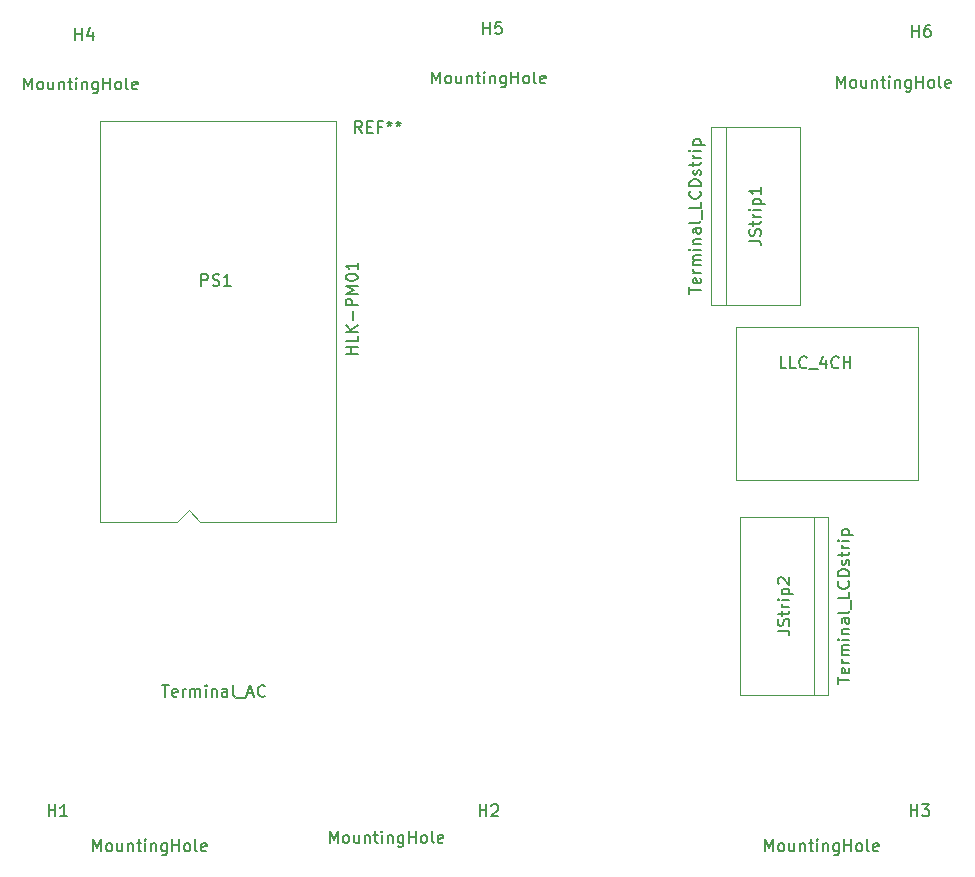
<source format=gbr>
%TF.GenerationSoftware,KiCad,Pcbnew,(5.1.12)-1*%
%TF.CreationDate,2021-12-24T09:33:47+00:00*%
%TF.ProjectId,ledDeviceServerEsp32Pio,6c656444-6576-4696-9365-536572766572,rev?*%
%TF.SameCoordinates,Original*%
%TF.FileFunction,AssemblyDrawing,Top*%
%FSLAX46Y46*%
G04 Gerber Fmt 4.6, Leading zero omitted, Abs format (unit mm)*
G04 Created by KiCad (PCBNEW (5.1.12)-1) date 2021-12-24 09:33:47*
%MOMM*%
%LPD*%
G01*
G04 APERTURE LIST*
%ADD10C,0.100000*%
%ADD11C,0.120000*%
%ADD12C,0.150000*%
G04 APERTURE END LIST*
D10*
%TO.C,JStrip1*%
X69656000Y-24073000D02*
X77156000Y-24073000D01*
X69656000Y-39173000D02*
X69656000Y-24073000D01*
X77156000Y-39173000D02*
X69656000Y-39173000D01*
X77156000Y-24073000D02*
X77156000Y-39173000D01*
X70856000Y-24073000D02*
X70856000Y-39173000D01*
%TO.C,PS1*%
X24400000Y-57545000D02*
X17900000Y-57545000D01*
X24400000Y-57535000D02*
X25400000Y-56535000D01*
X25400000Y-56535000D02*
X26400000Y-57535000D01*
X17900000Y-57545000D02*
X17900000Y-23545000D01*
X37900000Y-57545000D02*
X26390000Y-57545000D01*
X37900000Y-23545000D02*
X17900000Y-23545000D01*
X37900000Y-57545000D02*
X37900000Y-23545000D01*
D11*
%TO.C,U2*%
X87122000Y-53975000D02*
X87122000Y-41021000D01*
X87122000Y-41021000D02*
X71755000Y-41021000D01*
X71755000Y-41021000D02*
X71755000Y-53975000D01*
X71755000Y-53975000D02*
X87122000Y-53975000D01*
D10*
%TO.C,JStrip2*%
X79569000Y-72193000D02*
X72069000Y-72193000D01*
X79569000Y-57093000D02*
X79569000Y-72193000D01*
X72069000Y-57093000D02*
X79569000Y-57093000D01*
X72069000Y-72193000D02*
X72069000Y-57093000D01*
X78369000Y-72193000D02*
X78369000Y-57093000D01*
%TD*%
%TO.C,H6*%
D12*
X80304285Y-20772380D02*
X80304285Y-19772380D01*
X80637619Y-20486666D01*
X80970952Y-19772380D01*
X80970952Y-20772380D01*
X81590000Y-20772380D02*
X81494761Y-20724761D01*
X81447142Y-20677142D01*
X81399523Y-20581904D01*
X81399523Y-20296190D01*
X81447142Y-20200952D01*
X81494761Y-20153333D01*
X81590000Y-20105714D01*
X81732857Y-20105714D01*
X81828095Y-20153333D01*
X81875714Y-20200952D01*
X81923333Y-20296190D01*
X81923333Y-20581904D01*
X81875714Y-20677142D01*
X81828095Y-20724761D01*
X81732857Y-20772380D01*
X81590000Y-20772380D01*
X82780476Y-20105714D02*
X82780476Y-20772380D01*
X82351904Y-20105714D02*
X82351904Y-20629523D01*
X82399523Y-20724761D01*
X82494761Y-20772380D01*
X82637619Y-20772380D01*
X82732857Y-20724761D01*
X82780476Y-20677142D01*
X83256666Y-20105714D02*
X83256666Y-20772380D01*
X83256666Y-20200952D02*
X83304285Y-20153333D01*
X83399523Y-20105714D01*
X83542380Y-20105714D01*
X83637619Y-20153333D01*
X83685238Y-20248571D01*
X83685238Y-20772380D01*
X84018571Y-20105714D02*
X84399523Y-20105714D01*
X84161428Y-19772380D02*
X84161428Y-20629523D01*
X84209047Y-20724761D01*
X84304285Y-20772380D01*
X84399523Y-20772380D01*
X84732857Y-20772380D02*
X84732857Y-20105714D01*
X84732857Y-19772380D02*
X84685238Y-19820000D01*
X84732857Y-19867619D01*
X84780476Y-19820000D01*
X84732857Y-19772380D01*
X84732857Y-19867619D01*
X85209047Y-20105714D02*
X85209047Y-20772380D01*
X85209047Y-20200952D02*
X85256666Y-20153333D01*
X85351904Y-20105714D01*
X85494761Y-20105714D01*
X85590000Y-20153333D01*
X85637619Y-20248571D01*
X85637619Y-20772380D01*
X86542380Y-20105714D02*
X86542380Y-20915238D01*
X86494761Y-21010476D01*
X86447142Y-21058095D01*
X86351904Y-21105714D01*
X86209047Y-21105714D01*
X86113809Y-21058095D01*
X86542380Y-20724761D02*
X86447142Y-20772380D01*
X86256666Y-20772380D01*
X86161428Y-20724761D01*
X86113809Y-20677142D01*
X86066190Y-20581904D01*
X86066190Y-20296190D01*
X86113809Y-20200952D01*
X86161428Y-20153333D01*
X86256666Y-20105714D01*
X86447142Y-20105714D01*
X86542380Y-20153333D01*
X87018571Y-20772380D02*
X87018571Y-19772380D01*
X87018571Y-20248571D02*
X87590000Y-20248571D01*
X87590000Y-20772380D02*
X87590000Y-19772380D01*
X88209047Y-20772380D02*
X88113809Y-20724761D01*
X88066190Y-20677142D01*
X88018571Y-20581904D01*
X88018571Y-20296190D01*
X88066190Y-20200952D01*
X88113809Y-20153333D01*
X88209047Y-20105714D01*
X88351904Y-20105714D01*
X88447142Y-20153333D01*
X88494761Y-20200952D01*
X88542380Y-20296190D01*
X88542380Y-20581904D01*
X88494761Y-20677142D01*
X88447142Y-20724761D01*
X88351904Y-20772380D01*
X88209047Y-20772380D01*
X89113809Y-20772380D02*
X89018571Y-20724761D01*
X88970952Y-20629523D01*
X88970952Y-19772380D01*
X89875714Y-20724761D02*
X89780476Y-20772380D01*
X89590000Y-20772380D01*
X89494761Y-20724761D01*
X89447142Y-20629523D01*
X89447142Y-20248571D01*
X89494761Y-20153333D01*
X89590000Y-20105714D01*
X89780476Y-20105714D01*
X89875714Y-20153333D01*
X89923333Y-20248571D01*
X89923333Y-20343809D01*
X89447142Y-20439047D01*
X86660095Y-16454380D02*
X86660095Y-15454380D01*
X86660095Y-15930571D02*
X87231523Y-15930571D01*
X87231523Y-16454380D02*
X87231523Y-15454380D01*
X88136285Y-15454380D02*
X87945809Y-15454380D01*
X87850571Y-15502000D01*
X87802952Y-15549619D01*
X87707714Y-15692476D01*
X87660095Y-15882952D01*
X87660095Y-16263904D01*
X87707714Y-16359142D01*
X87755333Y-16406761D01*
X87850571Y-16454380D01*
X88041047Y-16454380D01*
X88136285Y-16406761D01*
X88183904Y-16359142D01*
X88231523Y-16263904D01*
X88231523Y-16025809D01*
X88183904Y-15930571D01*
X88136285Y-15882952D01*
X88041047Y-15835333D01*
X87850571Y-15835333D01*
X87755333Y-15882952D01*
X87707714Y-15930571D01*
X87660095Y-16025809D01*
%TO.C,H5*%
X46014285Y-20400380D02*
X46014285Y-19400380D01*
X46347619Y-20114666D01*
X46680952Y-19400380D01*
X46680952Y-20400380D01*
X47300000Y-20400380D02*
X47204761Y-20352761D01*
X47157142Y-20305142D01*
X47109523Y-20209904D01*
X47109523Y-19924190D01*
X47157142Y-19828952D01*
X47204761Y-19781333D01*
X47300000Y-19733714D01*
X47442857Y-19733714D01*
X47538095Y-19781333D01*
X47585714Y-19828952D01*
X47633333Y-19924190D01*
X47633333Y-20209904D01*
X47585714Y-20305142D01*
X47538095Y-20352761D01*
X47442857Y-20400380D01*
X47300000Y-20400380D01*
X48490476Y-19733714D02*
X48490476Y-20400380D01*
X48061904Y-19733714D02*
X48061904Y-20257523D01*
X48109523Y-20352761D01*
X48204761Y-20400380D01*
X48347619Y-20400380D01*
X48442857Y-20352761D01*
X48490476Y-20305142D01*
X48966666Y-19733714D02*
X48966666Y-20400380D01*
X48966666Y-19828952D02*
X49014285Y-19781333D01*
X49109523Y-19733714D01*
X49252380Y-19733714D01*
X49347619Y-19781333D01*
X49395238Y-19876571D01*
X49395238Y-20400380D01*
X49728571Y-19733714D02*
X50109523Y-19733714D01*
X49871428Y-19400380D02*
X49871428Y-20257523D01*
X49919047Y-20352761D01*
X50014285Y-20400380D01*
X50109523Y-20400380D01*
X50442857Y-20400380D02*
X50442857Y-19733714D01*
X50442857Y-19400380D02*
X50395238Y-19448000D01*
X50442857Y-19495619D01*
X50490476Y-19448000D01*
X50442857Y-19400380D01*
X50442857Y-19495619D01*
X50919047Y-19733714D02*
X50919047Y-20400380D01*
X50919047Y-19828952D02*
X50966666Y-19781333D01*
X51061904Y-19733714D01*
X51204761Y-19733714D01*
X51300000Y-19781333D01*
X51347619Y-19876571D01*
X51347619Y-20400380D01*
X52252380Y-19733714D02*
X52252380Y-20543238D01*
X52204761Y-20638476D01*
X52157142Y-20686095D01*
X52061904Y-20733714D01*
X51919047Y-20733714D01*
X51823809Y-20686095D01*
X52252380Y-20352761D02*
X52157142Y-20400380D01*
X51966666Y-20400380D01*
X51871428Y-20352761D01*
X51823809Y-20305142D01*
X51776190Y-20209904D01*
X51776190Y-19924190D01*
X51823809Y-19828952D01*
X51871428Y-19781333D01*
X51966666Y-19733714D01*
X52157142Y-19733714D01*
X52252380Y-19781333D01*
X52728571Y-20400380D02*
X52728571Y-19400380D01*
X52728571Y-19876571D02*
X53300000Y-19876571D01*
X53300000Y-20400380D02*
X53300000Y-19400380D01*
X53919047Y-20400380D02*
X53823809Y-20352761D01*
X53776190Y-20305142D01*
X53728571Y-20209904D01*
X53728571Y-19924190D01*
X53776190Y-19828952D01*
X53823809Y-19781333D01*
X53919047Y-19733714D01*
X54061904Y-19733714D01*
X54157142Y-19781333D01*
X54204761Y-19828952D01*
X54252380Y-19924190D01*
X54252380Y-20209904D01*
X54204761Y-20305142D01*
X54157142Y-20352761D01*
X54061904Y-20400380D01*
X53919047Y-20400380D01*
X54823809Y-20400380D02*
X54728571Y-20352761D01*
X54680952Y-20257523D01*
X54680952Y-19400380D01*
X55585714Y-20352761D02*
X55490476Y-20400380D01*
X55300000Y-20400380D01*
X55204761Y-20352761D01*
X55157142Y-20257523D01*
X55157142Y-19876571D01*
X55204761Y-19781333D01*
X55300000Y-19733714D01*
X55490476Y-19733714D01*
X55585714Y-19781333D01*
X55633333Y-19876571D01*
X55633333Y-19971809D01*
X55157142Y-20067047D01*
X50338095Y-16200380D02*
X50338095Y-15200380D01*
X50338095Y-15676571D02*
X50909523Y-15676571D01*
X50909523Y-16200380D02*
X50909523Y-15200380D01*
X51861904Y-15200380D02*
X51385714Y-15200380D01*
X51338095Y-15676571D01*
X51385714Y-15628952D01*
X51480952Y-15581333D01*
X51719047Y-15581333D01*
X51814285Y-15628952D01*
X51861904Y-15676571D01*
X51909523Y-15771809D01*
X51909523Y-16009904D01*
X51861904Y-16105142D01*
X51814285Y-16152761D01*
X51719047Y-16200380D01*
X51480952Y-16200380D01*
X51385714Y-16152761D01*
X51338095Y-16105142D01*
%TO.C,H4*%
X11470285Y-20908380D02*
X11470285Y-19908380D01*
X11803619Y-20622666D01*
X12136952Y-19908380D01*
X12136952Y-20908380D01*
X12756000Y-20908380D02*
X12660761Y-20860761D01*
X12613142Y-20813142D01*
X12565523Y-20717904D01*
X12565523Y-20432190D01*
X12613142Y-20336952D01*
X12660761Y-20289333D01*
X12756000Y-20241714D01*
X12898857Y-20241714D01*
X12994095Y-20289333D01*
X13041714Y-20336952D01*
X13089333Y-20432190D01*
X13089333Y-20717904D01*
X13041714Y-20813142D01*
X12994095Y-20860761D01*
X12898857Y-20908380D01*
X12756000Y-20908380D01*
X13946476Y-20241714D02*
X13946476Y-20908380D01*
X13517904Y-20241714D02*
X13517904Y-20765523D01*
X13565523Y-20860761D01*
X13660761Y-20908380D01*
X13803619Y-20908380D01*
X13898857Y-20860761D01*
X13946476Y-20813142D01*
X14422666Y-20241714D02*
X14422666Y-20908380D01*
X14422666Y-20336952D02*
X14470285Y-20289333D01*
X14565523Y-20241714D01*
X14708380Y-20241714D01*
X14803619Y-20289333D01*
X14851238Y-20384571D01*
X14851238Y-20908380D01*
X15184571Y-20241714D02*
X15565523Y-20241714D01*
X15327428Y-19908380D02*
X15327428Y-20765523D01*
X15375047Y-20860761D01*
X15470285Y-20908380D01*
X15565523Y-20908380D01*
X15898857Y-20908380D02*
X15898857Y-20241714D01*
X15898857Y-19908380D02*
X15851238Y-19956000D01*
X15898857Y-20003619D01*
X15946476Y-19956000D01*
X15898857Y-19908380D01*
X15898857Y-20003619D01*
X16375047Y-20241714D02*
X16375047Y-20908380D01*
X16375047Y-20336952D02*
X16422666Y-20289333D01*
X16517904Y-20241714D01*
X16660761Y-20241714D01*
X16756000Y-20289333D01*
X16803619Y-20384571D01*
X16803619Y-20908380D01*
X17708380Y-20241714D02*
X17708380Y-21051238D01*
X17660761Y-21146476D01*
X17613142Y-21194095D01*
X17517904Y-21241714D01*
X17375047Y-21241714D01*
X17279809Y-21194095D01*
X17708380Y-20860761D02*
X17613142Y-20908380D01*
X17422666Y-20908380D01*
X17327428Y-20860761D01*
X17279809Y-20813142D01*
X17232190Y-20717904D01*
X17232190Y-20432190D01*
X17279809Y-20336952D01*
X17327428Y-20289333D01*
X17422666Y-20241714D01*
X17613142Y-20241714D01*
X17708380Y-20289333D01*
X18184571Y-20908380D02*
X18184571Y-19908380D01*
X18184571Y-20384571D02*
X18756000Y-20384571D01*
X18756000Y-20908380D02*
X18756000Y-19908380D01*
X19375047Y-20908380D02*
X19279809Y-20860761D01*
X19232190Y-20813142D01*
X19184571Y-20717904D01*
X19184571Y-20432190D01*
X19232190Y-20336952D01*
X19279809Y-20289333D01*
X19375047Y-20241714D01*
X19517904Y-20241714D01*
X19613142Y-20289333D01*
X19660761Y-20336952D01*
X19708380Y-20432190D01*
X19708380Y-20717904D01*
X19660761Y-20813142D01*
X19613142Y-20860761D01*
X19517904Y-20908380D01*
X19375047Y-20908380D01*
X20279809Y-20908380D02*
X20184571Y-20860761D01*
X20136952Y-20765523D01*
X20136952Y-19908380D01*
X21041714Y-20860761D02*
X20946476Y-20908380D01*
X20756000Y-20908380D01*
X20660761Y-20860761D01*
X20613142Y-20765523D01*
X20613142Y-20384571D01*
X20660761Y-20289333D01*
X20756000Y-20241714D01*
X20946476Y-20241714D01*
X21041714Y-20289333D01*
X21089333Y-20384571D01*
X21089333Y-20479809D01*
X20613142Y-20575047D01*
X15794095Y-16708380D02*
X15794095Y-15708380D01*
X15794095Y-16184571D02*
X16365523Y-16184571D01*
X16365523Y-16708380D02*
X16365523Y-15708380D01*
X17270285Y-16041714D02*
X17270285Y-16708380D01*
X17032190Y-15660761D02*
X16794095Y-16375047D01*
X17413142Y-16375047D01*
%TO.C,H1*%
X17312285Y-85415380D02*
X17312285Y-84415380D01*
X17645619Y-85129666D01*
X17978952Y-84415380D01*
X17978952Y-85415380D01*
X18598000Y-85415380D02*
X18502761Y-85367761D01*
X18455142Y-85320142D01*
X18407523Y-85224904D01*
X18407523Y-84939190D01*
X18455142Y-84843952D01*
X18502761Y-84796333D01*
X18598000Y-84748714D01*
X18740857Y-84748714D01*
X18836095Y-84796333D01*
X18883714Y-84843952D01*
X18931333Y-84939190D01*
X18931333Y-85224904D01*
X18883714Y-85320142D01*
X18836095Y-85367761D01*
X18740857Y-85415380D01*
X18598000Y-85415380D01*
X19788476Y-84748714D02*
X19788476Y-85415380D01*
X19359904Y-84748714D02*
X19359904Y-85272523D01*
X19407523Y-85367761D01*
X19502761Y-85415380D01*
X19645619Y-85415380D01*
X19740857Y-85367761D01*
X19788476Y-85320142D01*
X20264666Y-84748714D02*
X20264666Y-85415380D01*
X20264666Y-84843952D02*
X20312285Y-84796333D01*
X20407523Y-84748714D01*
X20550380Y-84748714D01*
X20645619Y-84796333D01*
X20693238Y-84891571D01*
X20693238Y-85415380D01*
X21026571Y-84748714D02*
X21407523Y-84748714D01*
X21169428Y-84415380D02*
X21169428Y-85272523D01*
X21217047Y-85367761D01*
X21312285Y-85415380D01*
X21407523Y-85415380D01*
X21740857Y-85415380D02*
X21740857Y-84748714D01*
X21740857Y-84415380D02*
X21693238Y-84463000D01*
X21740857Y-84510619D01*
X21788476Y-84463000D01*
X21740857Y-84415380D01*
X21740857Y-84510619D01*
X22217047Y-84748714D02*
X22217047Y-85415380D01*
X22217047Y-84843952D02*
X22264666Y-84796333D01*
X22359904Y-84748714D01*
X22502761Y-84748714D01*
X22598000Y-84796333D01*
X22645619Y-84891571D01*
X22645619Y-85415380D01*
X23550380Y-84748714D02*
X23550380Y-85558238D01*
X23502761Y-85653476D01*
X23455142Y-85701095D01*
X23359904Y-85748714D01*
X23217047Y-85748714D01*
X23121809Y-85701095D01*
X23550380Y-85367761D02*
X23455142Y-85415380D01*
X23264666Y-85415380D01*
X23169428Y-85367761D01*
X23121809Y-85320142D01*
X23074190Y-85224904D01*
X23074190Y-84939190D01*
X23121809Y-84843952D01*
X23169428Y-84796333D01*
X23264666Y-84748714D01*
X23455142Y-84748714D01*
X23550380Y-84796333D01*
X24026571Y-85415380D02*
X24026571Y-84415380D01*
X24026571Y-84891571D02*
X24598000Y-84891571D01*
X24598000Y-85415380D02*
X24598000Y-84415380D01*
X25217047Y-85415380D02*
X25121809Y-85367761D01*
X25074190Y-85320142D01*
X25026571Y-85224904D01*
X25026571Y-84939190D01*
X25074190Y-84843952D01*
X25121809Y-84796333D01*
X25217047Y-84748714D01*
X25359904Y-84748714D01*
X25455142Y-84796333D01*
X25502761Y-84843952D01*
X25550380Y-84939190D01*
X25550380Y-85224904D01*
X25502761Y-85320142D01*
X25455142Y-85367761D01*
X25359904Y-85415380D01*
X25217047Y-85415380D01*
X26121809Y-85415380D02*
X26026571Y-85367761D01*
X25978952Y-85272523D01*
X25978952Y-84415380D01*
X26883714Y-85367761D02*
X26788476Y-85415380D01*
X26598000Y-85415380D01*
X26502761Y-85367761D01*
X26455142Y-85272523D01*
X26455142Y-84891571D01*
X26502761Y-84796333D01*
X26598000Y-84748714D01*
X26788476Y-84748714D01*
X26883714Y-84796333D01*
X26931333Y-84891571D01*
X26931333Y-84986809D01*
X26455142Y-85082047D01*
X13538095Y-82452380D02*
X13538095Y-81452380D01*
X13538095Y-81928571D02*
X14109523Y-81928571D01*
X14109523Y-82452380D02*
X14109523Y-81452380D01*
X15109523Y-82452380D02*
X14538095Y-82452380D01*
X14823809Y-82452380D02*
X14823809Y-81452380D01*
X14728571Y-81595238D01*
X14633333Y-81690476D01*
X14538095Y-81738095D01*
%TO.C,H2*%
X37338285Y-84708380D02*
X37338285Y-83708380D01*
X37671619Y-84422666D01*
X38004952Y-83708380D01*
X38004952Y-84708380D01*
X38624000Y-84708380D02*
X38528761Y-84660761D01*
X38481142Y-84613142D01*
X38433523Y-84517904D01*
X38433523Y-84232190D01*
X38481142Y-84136952D01*
X38528761Y-84089333D01*
X38624000Y-84041714D01*
X38766857Y-84041714D01*
X38862095Y-84089333D01*
X38909714Y-84136952D01*
X38957333Y-84232190D01*
X38957333Y-84517904D01*
X38909714Y-84613142D01*
X38862095Y-84660761D01*
X38766857Y-84708380D01*
X38624000Y-84708380D01*
X39814476Y-84041714D02*
X39814476Y-84708380D01*
X39385904Y-84041714D02*
X39385904Y-84565523D01*
X39433523Y-84660761D01*
X39528761Y-84708380D01*
X39671619Y-84708380D01*
X39766857Y-84660761D01*
X39814476Y-84613142D01*
X40290666Y-84041714D02*
X40290666Y-84708380D01*
X40290666Y-84136952D02*
X40338285Y-84089333D01*
X40433523Y-84041714D01*
X40576380Y-84041714D01*
X40671619Y-84089333D01*
X40719238Y-84184571D01*
X40719238Y-84708380D01*
X41052571Y-84041714D02*
X41433523Y-84041714D01*
X41195428Y-83708380D02*
X41195428Y-84565523D01*
X41243047Y-84660761D01*
X41338285Y-84708380D01*
X41433523Y-84708380D01*
X41766857Y-84708380D02*
X41766857Y-84041714D01*
X41766857Y-83708380D02*
X41719238Y-83756000D01*
X41766857Y-83803619D01*
X41814476Y-83756000D01*
X41766857Y-83708380D01*
X41766857Y-83803619D01*
X42243047Y-84041714D02*
X42243047Y-84708380D01*
X42243047Y-84136952D02*
X42290666Y-84089333D01*
X42385904Y-84041714D01*
X42528761Y-84041714D01*
X42624000Y-84089333D01*
X42671619Y-84184571D01*
X42671619Y-84708380D01*
X43576380Y-84041714D02*
X43576380Y-84851238D01*
X43528761Y-84946476D01*
X43481142Y-84994095D01*
X43385904Y-85041714D01*
X43243047Y-85041714D01*
X43147809Y-84994095D01*
X43576380Y-84660761D02*
X43481142Y-84708380D01*
X43290666Y-84708380D01*
X43195428Y-84660761D01*
X43147809Y-84613142D01*
X43100190Y-84517904D01*
X43100190Y-84232190D01*
X43147809Y-84136952D01*
X43195428Y-84089333D01*
X43290666Y-84041714D01*
X43481142Y-84041714D01*
X43576380Y-84089333D01*
X44052571Y-84708380D02*
X44052571Y-83708380D01*
X44052571Y-84184571D02*
X44624000Y-84184571D01*
X44624000Y-84708380D02*
X44624000Y-83708380D01*
X45243047Y-84708380D02*
X45147809Y-84660761D01*
X45100190Y-84613142D01*
X45052571Y-84517904D01*
X45052571Y-84232190D01*
X45100190Y-84136952D01*
X45147809Y-84089333D01*
X45243047Y-84041714D01*
X45385904Y-84041714D01*
X45481142Y-84089333D01*
X45528761Y-84136952D01*
X45576380Y-84232190D01*
X45576380Y-84517904D01*
X45528761Y-84613142D01*
X45481142Y-84660761D01*
X45385904Y-84708380D01*
X45243047Y-84708380D01*
X46147809Y-84708380D02*
X46052571Y-84660761D01*
X46004952Y-84565523D01*
X46004952Y-83708380D01*
X46909714Y-84660761D02*
X46814476Y-84708380D01*
X46624000Y-84708380D01*
X46528761Y-84660761D01*
X46481142Y-84565523D01*
X46481142Y-84184571D01*
X46528761Y-84089333D01*
X46624000Y-84041714D01*
X46814476Y-84041714D01*
X46909714Y-84089333D01*
X46957333Y-84184571D01*
X46957333Y-84279809D01*
X46481142Y-84375047D01*
X50038095Y-82452380D02*
X50038095Y-81452380D01*
X50038095Y-81928571D02*
X50609523Y-81928571D01*
X50609523Y-82452380D02*
X50609523Y-81452380D01*
X51038095Y-81547619D02*
X51085714Y-81500000D01*
X51180952Y-81452380D01*
X51419047Y-81452380D01*
X51514285Y-81500000D01*
X51561904Y-81547619D01*
X51609523Y-81642857D01*
X51609523Y-81738095D01*
X51561904Y-81880952D01*
X50990476Y-82452380D01*
X51609523Y-82452380D01*
%TO.C,H3*%
X74208285Y-85415380D02*
X74208285Y-84415380D01*
X74541619Y-85129666D01*
X74874952Y-84415380D01*
X74874952Y-85415380D01*
X75494000Y-85415380D02*
X75398761Y-85367761D01*
X75351142Y-85320142D01*
X75303523Y-85224904D01*
X75303523Y-84939190D01*
X75351142Y-84843952D01*
X75398761Y-84796333D01*
X75494000Y-84748714D01*
X75636857Y-84748714D01*
X75732095Y-84796333D01*
X75779714Y-84843952D01*
X75827333Y-84939190D01*
X75827333Y-85224904D01*
X75779714Y-85320142D01*
X75732095Y-85367761D01*
X75636857Y-85415380D01*
X75494000Y-85415380D01*
X76684476Y-84748714D02*
X76684476Y-85415380D01*
X76255904Y-84748714D02*
X76255904Y-85272523D01*
X76303523Y-85367761D01*
X76398761Y-85415380D01*
X76541619Y-85415380D01*
X76636857Y-85367761D01*
X76684476Y-85320142D01*
X77160666Y-84748714D02*
X77160666Y-85415380D01*
X77160666Y-84843952D02*
X77208285Y-84796333D01*
X77303523Y-84748714D01*
X77446380Y-84748714D01*
X77541619Y-84796333D01*
X77589238Y-84891571D01*
X77589238Y-85415380D01*
X77922571Y-84748714D02*
X78303523Y-84748714D01*
X78065428Y-84415380D02*
X78065428Y-85272523D01*
X78113047Y-85367761D01*
X78208285Y-85415380D01*
X78303523Y-85415380D01*
X78636857Y-85415380D02*
X78636857Y-84748714D01*
X78636857Y-84415380D02*
X78589238Y-84463000D01*
X78636857Y-84510619D01*
X78684476Y-84463000D01*
X78636857Y-84415380D01*
X78636857Y-84510619D01*
X79113047Y-84748714D02*
X79113047Y-85415380D01*
X79113047Y-84843952D02*
X79160666Y-84796333D01*
X79255904Y-84748714D01*
X79398761Y-84748714D01*
X79494000Y-84796333D01*
X79541619Y-84891571D01*
X79541619Y-85415380D01*
X80446380Y-84748714D02*
X80446380Y-85558238D01*
X80398761Y-85653476D01*
X80351142Y-85701095D01*
X80255904Y-85748714D01*
X80113047Y-85748714D01*
X80017809Y-85701095D01*
X80446380Y-85367761D02*
X80351142Y-85415380D01*
X80160666Y-85415380D01*
X80065428Y-85367761D01*
X80017809Y-85320142D01*
X79970190Y-85224904D01*
X79970190Y-84939190D01*
X80017809Y-84843952D01*
X80065428Y-84796333D01*
X80160666Y-84748714D01*
X80351142Y-84748714D01*
X80446380Y-84796333D01*
X80922571Y-85415380D02*
X80922571Y-84415380D01*
X80922571Y-84891571D02*
X81494000Y-84891571D01*
X81494000Y-85415380D02*
X81494000Y-84415380D01*
X82113047Y-85415380D02*
X82017809Y-85367761D01*
X81970190Y-85320142D01*
X81922571Y-85224904D01*
X81922571Y-84939190D01*
X81970190Y-84843952D01*
X82017809Y-84796333D01*
X82113047Y-84748714D01*
X82255904Y-84748714D01*
X82351142Y-84796333D01*
X82398761Y-84843952D01*
X82446380Y-84939190D01*
X82446380Y-85224904D01*
X82398761Y-85320142D01*
X82351142Y-85367761D01*
X82255904Y-85415380D01*
X82113047Y-85415380D01*
X83017809Y-85415380D02*
X82922571Y-85367761D01*
X82874952Y-85272523D01*
X82874952Y-84415380D01*
X83779714Y-85367761D02*
X83684476Y-85415380D01*
X83494000Y-85415380D01*
X83398761Y-85367761D01*
X83351142Y-85272523D01*
X83351142Y-84891571D01*
X83398761Y-84796333D01*
X83494000Y-84748714D01*
X83684476Y-84748714D01*
X83779714Y-84796333D01*
X83827333Y-84891571D01*
X83827333Y-84986809D01*
X83351142Y-85082047D01*
X86538095Y-82452380D02*
X86538095Y-81452380D01*
X86538095Y-81928571D02*
X87109523Y-81928571D01*
X87109523Y-82452380D02*
X87109523Y-81452380D01*
X87490476Y-81452380D02*
X88109523Y-81452380D01*
X87776190Y-81833333D01*
X87919047Y-81833333D01*
X88014285Y-81880952D01*
X88061904Y-81928571D01*
X88109523Y-82023809D01*
X88109523Y-82261904D01*
X88061904Y-82357142D01*
X88014285Y-82404761D01*
X87919047Y-82452380D01*
X87633333Y-82452380D01*
X87538095Y-82404761D01*
X87490476Y-82357142D01*
%TO.C,JStrip1*%
X67778380Y-38194428D02*
X67778380Y-37623000D01*
X68778380Y-37908714D02*
X67778380Y-37908714D01*
X68730761Y-36908714D02*
X68778380Y-37003952D01*
X68778380Y-37194428D01*
X68730761Y-37289666D01*
X68635523Y-37337285D01*
X68254571Y-37337285D01*
X68159333Y-37289666D01*
X68111714Y-37194428D01*
X68111714Y-37003952D01*
X68159333Y-36908714D01*
X68254571Y-36861095D01*
X68349809Y-36861095D01*
X68445047Y-37337285D01*
X68778380Y-36432523D02*
X68111714Y-36432523D01*
X68302190Y-36432523D02*
X68206952Y-36384904D01*
X68159333Y-36337285D01*
X68111714Y-36242047D01*
X68111714Y-36146809D01*
X68778380Y-35813476D02*
X68111714Y-35813476D01*
X68206952Y-35813476D02*
X68159333Y-35765857D01*
X68111714Y-35670619D01*
X68111714Y-35527761D01*
X68159333Y-35432523D01*
X68254571Y-35384904D01*
X68778380Y-35384904D01*
X68254571Y-35384904D02*
X68159333Y-35337285D01*
X68111714Y-35242047D01*
X68111714Y-35099190D01*
X68159333Y-35003952D01*
X68254571Y-34956333D01*
X68778380Y-34956333D01*
X68778380Y-34480142D02*
X68111714Y-34480142D01*
X67778380Y-34480142D02*
X67826000Y-34527761D01*
X67873619Y-34480142D01*
X67826000Y-34432523D01*
X67778380Y-34480142D01*
X67873619Y-34480142D01*
X68111714Y-34003952D02*
X68778380Y-34003952D01*
X68206952Y-34003952D02*
X68159333Y-33956333D01*
X68111714Y-33861095D01*
X68111714Y-33718238D01*
X68159333Y-33623000D01*
X68254571Y-33575380D01*
X68778380Y-33575380D01*
X68778380Y-32670619D02*
X68254571Y-32670619D01*
X68159333Y-32718238D01*
X68111714Y-32813476D01*
X68111714Y-33003952D01*
X68159333Y-33099190D01*
X68730761Y-32670619D02*
X68778380Y-32765857D01*
X68778380Y-33003952D01*
X68730761Y-33099190D01*
X68635523Y-33146809D01*
X68540285Y-33146809D01*
X68445047Y-33099190D01*
X68397428Y-33003952D01*
X68397428Y-32765857D01*
X68349809Y-32670619D01*
X68778380Y-32051571D02*
X68730761Y-32146809D01*
X68635523Y-32194428D01*
X67778380Y-32194428D01*
X68873619Y-31908714D02*
X68873619Y-31146809D01*
X68778380Y-30432523D02*
X68778380Y-30908714D01*
X67778380Y-30908714D01*
X68683142Y-29527761D02*
X68730761Y-29575380D01*
X68778380Y-29718238D01*
X68778380Y-29813476D01*
X68730761Y-29956333D01*
X68635523Y-30051571D01*
X68540285Y-30099190D01*
X68349809Y-30146809D01*
X68206952Y-30146809D01*
X68016476Y-30099190D01*
X67921238Y-30051571D01*
X67826000Y-29956333D01*
X67778380Y-29813476D01*
X67778380Y-29718238D01*
X67826000Y-29575380D01*
X67873619Y-29527761D01*
X68778380Y-29099190D02*
X67778380Y-29099190D01*
X67778380Y-28861095D01*
X67826000Y-28718238D01*
X67921238Y-28623000D01*
X68016476Y-28575380D01*
X68206952Y-28527761D01*
X68349809Y-28527761D01*
X68540285Y-28575380D01*
X68635523Y-28623000D01*
X68730761Y-28718238D01*
X68778380Y-28861095D01*
X68778380Y-29099190D01*
X68730761Y-28146809D02*
X68778380Y-28051571D01*
X68778380Y-27861095D01*
X68730761Y-27765857D01*
X68635523Y-27718238D01*
X68587904Y-27718238D01*
X68492666Y-27765857D01*
X68445047Y-27861095D01*
X68445047Y-28003952D01*
X68397428Y-28099190D01*
X68302190Y-28146809D01*
X68254571Y-28146809D01*
X68159333Y-28099190D01*
X68111714Y-28003952D01*
X68111714Y-27861095D01*
X68159333Y-27765857D01*
X68111714Y-27432523D02*
X68111714Y-27051571D01*
X67778380Y-27289666D02*
X68635523Y-27289666D01*
X68730761Y-27242047D01*
X68778380Y-27146809D01*
X68778380Y-27051571D01*
X68778380Y-26718238D02*
X68111714Y-26718238D01*
X68302190Y-26718238D02*
X68206952Y-26670619D01*
X68159333Y-26623000D01*
X68111714Y-26527761D01*
X68111714Y-26432523D01*
X68778380Y-26099190D02*
X68111714Y-26099190D01*
X67778380Y-26099190D02*
X67826000Y-26146809D01*
X67873619Y-26099190D01*
X67826000Y-26051571D01*
X67778380Y-26099190D01*
X67873619Y-26099190D01*
X68111714Y-25623000D02*
X69111714Y-25623000D01*
X68159333Y-25623000D02*
X68111714Y-25527761D01*
X68111714Y-25337285D01*
X68159333Y-25242047D01*
X68206952Y-25194428D01*
X68302190Y-25146809D01*
X68587904Y-25146809D01*
X68683142Y-25194428D01*
X68730761Y-25242047D01*
X68778380Y-25337285D01*
X68778380Y-25527761D01*
X68730761Y-25623000D01*
X72858380Y-33718238D02*
X73572666Y-33718238D01*
X73715523Y-33765857D01*
X73810761Y-33861095D01*
X73858380Y-34003952D01*
X73858380Y-34099190D01*
X73810761Y-33289666D02*
X73858380Y-33146809D01*
X73858380Y-32908714D01*
X73810761Y-32813476D01*
X73763142Y-32765857D01*
X73667904Y-32718238D01*
X73572666Y-32718238D01*
X73477428Y-32765857D01*
X73429809Y-32813476D01*
X73382190Y-32908714D01*
X73334571Y-33099190D01*
X73286952Y-33194428D01*
X73239333Y-33242047D01*
X73144095Y-33289666D01*
X73048857Y-33289666D01*
X72953619Y-33242047D01*
X72906000Y-33194428D01*
X72858380Y-33099190D01*
X72858380Y-32861095D01*
X72906000Y-32718238D01*
X73191714Y-32432523D02*
X73191714Y-32051571D01*
X72858380Y-32289666D02*
X73715523Y-32289666D01*
X73810761Y-32242047D01*
X73858380Y-32146809D01*
X73858380Y-32051571D01*
X73858380Y-31718238D02*
X73191714Y-31718238D01*
X73382190Y-31718238D02*
X73286952Y-31670619D01*
X73239333Y-31623000D01*
X73191714Y-31527761D01*
X73191714Y-31432523D01*
X73858380Y-31099190D02*
X73191714Y-31099190D01*
X72858380Y-31099190D02*
X72906000Y-31146809D01*
X72953619Y-31099190D01*
X72906000Y-31051571D01*
X72858380Y-31099190D01*
X72953619Y-31099190D01*
X73191714Y-30623000D02*
X74191714Y-30623000D01*
X73239333Y-30623000D02*
X73191714Y-30527761D01*
X73191714Y-30337285D01*
X73239333Y-30242047D01*
X73286952Y-30194428D01*
X73382190Y-30146809D01*
X73667904Y-30146809D01*
X73763142Y-30194428D01*
X73810761Y-30242047D01*
X73858380Y-30337285D01*
X73858380Y-30527761D01*
X73810761Y-30623000D01*
X73858380Y-29194428D02*
X73858380Y-29765857D01*
X73858380Y-29480142D02*
X72858380Y-29480142D01*
X73001238Y-29575380D01*
X73096476Y-29670619D01*
X73144095Y-29765857D01*
%TO.C,JAC1*%
X23154238Y-71334380D02*
X23725666Y-71334380D01*
X23439952Y-72334380D02*
X23439952Y-71334380D01*
X24439952Y-72286761D02*
X24344714Y-72334380D01*
X24154238Y-72334380D01*
X24059000Y-72286761D01*
X24011380Y-72191523D01*
X24011380Y-71810571D01*
X24059000Y-71715333D01*
X24154238Y-71667714D01*
X24344714Y-71667714D01*
X24439952Y-71715333D01*
X24487571Y-71810571D01*
X24487571Y-71905809D01*
X24011380Y-72001047D01*
X24916142Y-72334380D02*
X24916142Y-71667714D01*
X24916142Y-71858190D02*
X24963761Y-71762952D01*
X25011380Y-71715333D01*
X25106619Y-71667714D01*
X25201857Y-71667714D01*
X25535190Y-72334380D02*
X25535190Y-71667714D01*
X25535190Y-71762952D02*
X25582809Y-71715333D01*
X25678047Y-71667714D01*
X25820904Y-71667714D01*
X25916142Y-71715333D01*
X25963761Y-71810571D01*
X25963761Y-72334380D01*
X25963761Y-71810571D02*
X26011380Y-71715333D01*
X26106619Y-71667714D01*
X26249476Y-71667714D01*
X26344714Y-71715333D01*
X26392333Y-71810571D01*
X26392333Y-72334380D01*
X26868523Y-72334380D02*
X26868523Y-71667714D01*
X26868523Y-71334380D02*
X26820904Y-71382000D01*
X26868523Y-71429619D01*
X26916142Y-71382000D01*
X26868523Y-71334380D01*
X26868523Y-71429619D01*
X27344714Y-71667714D02*
X27344714Y-72334380D01*
X27344714Y-71762952D02*
X27392333Y-71715333D01*
X27487571Y-71667714D01*
X27630428Y-71667714D01*
X27725666Y-71715333D01*
X27773285Y-71810571D01*
X27773285Y-72334380D01*
X28678047Y-72334380D02*
X28678047Y-71810571D01*
X28630428Y-71715333D01*
X28535190Y-71667714D01*
X28344714Y-71667714D01*
X28249476Y-71715333D01*
X28678047Y-72286761D02*
X28582809Y-72334380D01*
X28344714Y-72334380D01*
X28249476Y-72286761D01*
X28201857Y-72191523D01*
X28201857Y-72096285D01*
X28249476Y-72001047D01*
X28344714Y-71953428D01*
X28582809Y-71953428D01*
X28678047Y-71905809D01*
X29297095Y-72334380D02*
X29201857Y-72286761D01*
X29154238Y-72191523D01*
X29154238Y-71334380D01*
X29439952Y-72429619D02*
X30201857Y-72429619D01*
X30392333Y-72048666D02*
X30868523Y-72048666D01*
X30297095Y-72334380D02*
X30630428Y-71334380D01*
X30963761Y-72334380D01*
X31868523Y-72239142D02*
X31820904Y-72286761D01*
X31678047Y-72334380D01*
X31582809Y-72334380D01*
X31439952Y-72286761D01*
X31344714Y-72191523D01*
X31297095Y-72096285D01*
X31249476Y-71905809D01*
X31249476Y-71762952D01*
X31297095Y-71572476D01*
X31344714Y-71477238D01*
X31439952Y-71382000D01*
X31582809Y-71334380D01*
X31678047Y-71334380D01*
X31820904Y-71382000D01*
X31868523Y-71429619D01*
%TO.C,PS1*%
X39702380Y-43288333D02*
X38702380Y-43288333D01*
X39178571Y-43288333D02*
X39178571Y-42716904D01*
X39702380Y-42716904D02*
X38702380Y-42716904D01*
X39702380Y-41764523D02*
X39702380Y-42240714D01*
X38702380Y-42240714D01*
X39702380Y-41431190D02*
X38702380Y-41431190D01*
X39702380Y-40859761D02*
X39130952Y-41288333D01*
X38702380Y-40859761D02*
X39273809Y-41431190D01*
X39321428Y-40431190D02*
X39321428Y-39669285D01*
X39702380Y-39193095D02*
X38702380Y-39193095D01*
X38702380Y-38812142D01*
X38750000Y-38716904D01*
X38797619Y-38669285D01*
X38892857Y-38621666D01*
X39035714Y-38621666D01*
X39130952Y-38669285D01*
X39178571Y-38716904D01*
X39226190Y-38812142D01*
X39226190Y-39193095D01*
X39702380Y-38193095D02*
X38702380Y-38193095D01*
X39416666Y-37859761D01*
X38702380Y-37526428D01*
X39702380Y-37526428D01*
X38702380Y-36859761D02*
X38702380Y-36764523D01*
X38750000Y-36669285D01*
X38797619Y-36621666D01*
X38892857Y-36574047D01*
X39083333Y-36526428D01*
X39321428Y-36526428D01*
X39511904Y-36574047D01*
X39607142Y-36621666D01*
X39654761Y-36669285D01*
X39702380Y-36764523D01*
X39702380Y-36859761D01*
X39654761Y-36955000D01*
X39607142Y-37002619D01*
X39511904Y-37050238D01*
X39321428Y-37097857D01*
X39083333Y-37097857D01*
X38892857Y-37050238D01*
X38797619Y-37002619D01*
X38750000Y-36955000D01*
X38702380Y-36859761D01*
X39702380Y-35574047D02*
X39702380Y-36145476D01*
X39702380Y-35859761D02*
X38702380Y-35859761D01*
X38845238Y-35955000D01*
X38940476Y-36050238D01*
X38988095Y-36145476D01*
X26471714Y-37536380D02*
X26471714Y-36536380D01*
X26852666Y-36536380D01*
X26947904Y-36584000D01*
X26995523Y-36631619D01*
X27043142Y-36726857D01*
X27043142Y-36869714D01*
X26995523Y-36964952D01*
X26947904Y-37012571D01*
X26852666Y-37060190D01*
X26471714Y-37060190D01*
X27424095Y-37488761D02*
X27566952Y-37536380D01*
X27805047Y-37536380D01*
X27900285Y-37488761D01*
X27947904Y-37441142D01*
X27995523Y-37345904D01*
X27995523Y-37250666D01*
X27947904Y-37155428D01*
X27900285Y-37107809D01*
X27805047Y-37060190D01*
X27614571Y-37012571D01*
X27519333Y-36964952D01*
X27471714Y-36917333D01*
X27424095Y-36822095D01*
X27424095Y-36726857D01*
X27471714Y-36631619D01*
X27519333Y-36584000D01*
X27614571Y-36536380D01*
X27852666Y-36536380D01*
X27995523Y-36584000D01*
X28947904Y-37536380D02*
X28376476Y-37536380D01*
X28662190Y-37536380D02*
X28662190Y-36536380D01*
X28566952Y-36679238D01*
X28471714Y-36774476D01*
X28376476Y-36822095D01*
%TO.C,U1*%
X40068666Y-24582380D02*
X39735333Y-24106190D01*
X39497238Y-24582380D02*
X39497238Y-23582380D01*
X39878190Y-23582380D01*
X39973428Y-23630000D01*
X40021047Y-23677619D01*
X40068666Y-23772857D01*
X40068666Y-23915714D01*
X40021047Y-24010952D01*
X39973428Y-24058571D01*
X39878190Y-24106190D01*
X39497238Y-24106190D01*
X40497238Y-24058571D02*
X40830571Y-24058571D01*
X40973428Y-24582380D02*
X40497238Y-24582380D01*
X40497238Y-23582380D01*
X40973428Y-23582380D01*
X41735333Y-24058571D02*
X41402000Y-24058571D01*
X41402000Y-24582380D02*
X41402000Y-23582380D01*
X41878190Y-23582380D01*
X42402000Y-23582380D02*
X42402000Y-23820476D01*
X42163904Y-23725238D02*
X42402000Y-23820476D01*
X42640095Y-23725238D01*
X42259142Y-24010952D02*
X42402000Y-23820476D01*
X42544857Y-24010952D01*
X43163904Y-23582380D02*
X43163904Y-23820476D01*
X42925809Y-23725238D02*
X43163904Y-23820476D01*
X43402000Y-23725238D01*
X43021047Y-24010952D02*
X43163904Y-23820476D01*
X43306761Y-24010952D01*
%TO.C,U2*%
X76009809Y-44521380D02*
X75533619Y-44521380D01*
X75533619Y-43521380D01*
X76819333Y-44521380D02*
X76343142Y-44521380D01*
X76343142Y-43521380D01*
X77724095Y-44426142D02*
X77676476Y-44473761D01*
X77533619Y-44521380D01*
X77438380Y-44521380D01*
X77295523Y-44473761D01*
X77200285Y-44378523D01*
X77152666Y-44283285D01*
X77105047Y-44092809D01*
X77105047Y-43949952D01*
X77152666Y-43759476D01*
X77200285Y-43664238D01*
X77295523Y-43569000D01*
X77438380Y-43521380D01*
X77533619Y-43521380D01*
X77676476Y-43569000D01*
X77724095Y-43616619D01*
X77914571Y-44616619D02*
X78676476Y-44616619D01*
X79343142Y-43854714D02*
X79343142Y-44521380D01*
X79105047Y-43473761D02*
X78866952Y-44188047D01*
X79486000Y-44188047D01*
X80438380Y-44426142D02*
X80390761Y-44473761D01*
X80247904Y-44521380D01*
X80152666Y-44521380D01*
X80009809Y-44473761D01*
X79914571Y-44378523D01*
X79866952Y-44283285D01*
X79819333Y-44092809D01*
X79819333Y-43949952D01*
X79866952Y-43759476D01*
X79914571Y-43664238D01*
X80009809Y-43569000D01*
X80152666Y-43521380D01*
X80247904Y-43521380D01*
X80390761Y-43569000D01*
X80438380Y-43616619D01*
X80866952Y-44521380D02*
X80866952Y-43521380D01*
X80866952Y-43997571D02*
X81438380Y-43997571D01*
X81438380Y-44521380D02*
X81438380Y-43521380D01*
%TO.C,JStrip2*%
X80351380Y-71214428D02*
X80351380Y-70643000D01*
X81351380Y-70928714D02*
X80351380Y-70928714D01*
X81303761Y-69928714D02*
X81351380Y-70023952D01*
X81351380Y-70214428D01*
X81303761Y-70309666D01*
X81208523Y-70357285D01*
X80827571Y-70357285D01*
X80732333Y-70309666D01*
X80684714Y-70214428D01*
X80684714Y-70023952D01*
X80732333Y-69928714D01*
X80827571Y-69881095D01*
X80922809Y-69881095D01*
X81018047Y-70357285D01*
X81351380Y-69452523D02*
X80684714Y-69452523D01*
X80875190Y-69452523D02*
X80779952Y-69404904D01*
X80732333Y-69357285D01*
X80684714Y-69262047D01*
X80684714Y-69166809D01*
X81351380Y-68833476D02*
X80684714Y-68833476D01*
X80779952Y-68833476D02*
X80732333Y-68785857D01*
X80684714Y-68690619D01*
X80684714Y-68547761D01*
X80732333Y-68452523D01*
X80827571Y-68404904D01*
X81351380Y-68404904D01*
X80827571Y-68404904D02*
X80732333Y-68357285D01*
X80684714Y-68262047D01*
X80684714Y-68119190D01*
X80732333Y-68023952D01*
X80827571Y-67976333D01*
X81351380Y-67976333D01*
X81351380Y-67500142D02*
X80684714Y-67500142D01*
X80351380Y-67500142D02*
X80399000Y-67547761D01*
X80446619Y-67500142D01*
X80399000Y-67452523D01*
X80351380Y-67500142D01*
X80446619Y-67500142D01*
X80684714Y-67023952D02*
X81351380Y-67023952D01*
X80779952Y-67023952D02*
X80732333Y-66976333D01*
X80684714Y-66881095D01*
X80684714Y-66738238D01*
X80732333Y-66643000D01*
X80827571Y-66595380D01*
X81351380Y-66595380D01*
X81351380Y-65690619D02*
X80827571Y-65690619D01*
X80732333Y-65738238D01*
X80684714Y-65833476D01*
X80684714Y-66023952D01*
X80732333Y-66119190D01*
X81303761Y-65690619D02*
X81351380Y-65785857D01*
X81351380Y-66023952D01*
X81303761Y-66119190D01*
X81208523Y-66166809D01*
X81113285Y-66166809D01*
X81018047Y-66119190D01*
X80970428Y-66023952D01*
X80970428Y-65785857D01*
X80922809Y-65690619D01*
X81351380Y-65071571D02*
X81303761Y-65166809D01*
X81208523Y-65214428D01*
X80351380Y-65214428D01*
X81446619Y-64928714D02*
X81446619Y-64166809D01*
X81351380Y-63452523D02*
X81351380Y-63928714D01*
X80351380Y-63928714D01*
X81256142Y-62547761D02*
X81303761Y-62595380D01*
X81351380Y-62738238D01*
X81351380Y-62833476D01*
X81303761Y-62976333D01*
X81208523Y-63071571D01*
X81113285Y-63119190D01*
X80922809Y-63166809D01*
X80779952Y-63166809D01*
X80589476Y-63119190D01*
X80494238Y-63071571D01*
X80399000Y-62976333D01*
X80351380Y-62833476D01*
X80351380Y-62738238D01*
X80399000Y-62595380D01*
X80446619Y-62547761D01*
X81351380Y-62119190D02*
X80351380Y-62119190D01*
X80351380Y-61881095D01*
X80399000Y-61738238D01*
X80494238Y-61643000D01*
X80589476Y-61595380D01*
X80779952Y-61547761D01*
X80922809Y-61547761D01*
X81113285Y-61595380D01*
X81208523Y-61643000D01*
X81303761Y-61738238D01*
X81351380Y-61881095D01*
X81351380Y-62119190D01*
X81303761Y-61166809D02*
X81351380Y-61071571D01*
X81351380Y-60881095D01*
X81303761Y-60785857D01*
X81208523Y-60738238D01*
X81160904Y-60738238D01*
X81065666Y-60785857D01*
X81018047Y-60881095D01*
X81018047Y-61023952D01*
X80970428Y-61119190D01*
X80875190Y-61166809D01*
X80827571Y-61166809D01*
X80732333Y-61119190D01*
X80684714Y-61023952D01*
X80684714Y-60881095D01*
X80732333Y-60785857D01*
X80684714Y-60452523D02*
X80684714Y-60071571D01*
X80351380Y-60309666D02*
X81208523Y-60309666D01*
X81303761Y-60262047D01*
X81351380Y-60166809D01*
X81351380Y-60071571D01*
X81351380Y-59738238D02*
X80684714Y-59738238D01*
X80875190Y-59738238D02*
X80779952Y-59690619D01*
X80732333Y-59643000D01*
X80684714Y-59547761D01*
X80684714Y-59452523D01*
X81351380Y-59119190D02*
X80684714Y-59119190D01*
X80351380Y-59119190D02*
X80399000Y-59166809D01*
X80446619Y-59119190D01*
X80399000Y-59071571D01*
X80351380Y-59119190D01*
X80446619Y-59119190D01*
X80684714Y-58643000D02*
X81684714Y-58643000D01*
X80732333Y-58643000D02*
X80684714Y-58547761D01*
X80684714Y-58357285D01*
X80732333Y-58262047D01*
X80779952Y-58214428D01*
X80875190Y-58166809D01*
X81160904Y-58166809D01*
X81256142Y-58214428D01*
X81303761Y-58262047D01*
X81351380Y-58357285D01*
X81351380Y-58547761D01*
X81303761Y-58643000D01*
X75271380Y-66738238D02*
X75985666Y-66738238D01*
X76128523Y-66785857D01*
X76223761Y-66881095D01*
X76271380Y-67023952D01*
X76271380Y-67119190D01*
X76223761Y-66309666D02*
X76271380Y-66166809D01*
X76271380Y-65928714D01*
X76223761Y-65833476D01*
X76176142Y-65785857D01*
X76080904Y-65738238D01*
X75985666Y-65738238D01*
X75890428Y-65785857D01*
X75842809Y-65833476D01*
X75795190Y-65928714D01*
X75747571Y-66119190D01*
X75699952Y-66214428D01*
X75652333Y-66262047D01*
X75557095Y-66309666D01*
X75461857Y-66309666D01*
X75366619Y-66262047D01*
X75319000Y-66214428D01*
X75271380Y-66119190D01*
X75271380Y-65881095D01*
X75319000Y-65738238D01*
X75604714Y-65452523D02*
X75604714Y-65071571D01*
X75271380Y-65309666D02*
X76128523Y-65309666D01*
X76223761Y-65262047D01*
X76271380Y-65166809D01*
X76271380Y-65071571D01*
X76271380Y-64738238D02*
X75604714Y-64738238D01*
X75795190Y-64738238D02*
X75699952Y-64690619D01*
X75652333Y-64643000D01*
X75604714Y-64547761D01*
X75604714Y-64452523D01*
X76271380Y-64119190D02*
X75604714Y-64119190D01*
X75271380Y-64119190D02*
X75319000Y-64166809D01*
X75366619Y-64119190D01*
X75319000Y-64071571D01*
X75271380Y-64119190D01*
X75366619Y-64119190D01*
X75604714Y-63643000D02*
X76604714Y-63643000D01*
X75652333Y-63643000D02*
X75604714Y-63547761D01*
X75604714Y-63357285D01*
X75652333Y-63262047D01*
X75699952Y-63214428D01*
X75795190Y-63166809D01*
X76080904Y-63166809D01*
X76176142Y-63214428D01*
X76223761Y-63262047D01*
X76271380Y-63357285D01*
X76271380Y-63547761D01*
X76223761Y-63643000D01*
X75366619Y-62785857D02*
X75319000Y-62738238D01*
X75271380Y-62643000D01*
X75271380Y-62404904D01*
X75319000Y-62309666D01*
X75366619Y-62262047D01*
X75461857Y-62214428D01*
X75557095Y-62214428D01*
X75699952Y-62262047D01*
X76271380Y-62833476D01*
X76271380Y-62214428D01*
%TD*%
M02*

</source>
